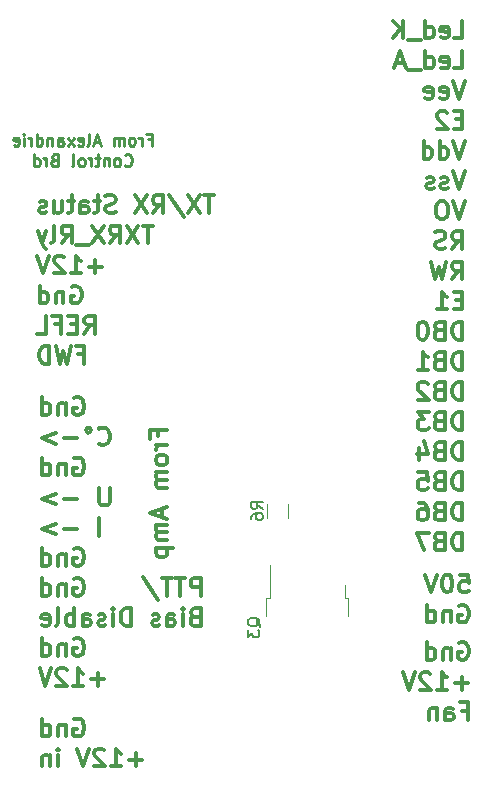
<source format=gbo>
G04 #@! TF.FileFunction,Legend,Bot*
%FSLAX46Y46*%
G04 Gerber Fmt 4.6, Leading zero omitted, Abs format (unit mm)*
G04 Created by KiCad (PCBNEW 4.0.7) date 12/01/17 10:35:18*
%MOMM*%
%LPD*%
G01*
G04 APERTURE LIST*
%ADD10C,0.100000*%
%ADD11C,0.300000*%
%ADD12C,0.250000*%
%ADD13C,0.120000*%
%ADD14C,0.150000*%
G04 APERTURE END LIST*
D10*
D11*
X202928571Y-105903571D02*
X203642857Y-105903571D01*
X203714286Y-106617857D01*
X203642857Y-106546429D01*
X203500000Y-106475000D01*
X203142857Y-106475000D01*
X203000000Y-106546429D01*
X202928571Y-106617857D01*
X202857143Y-106760714D01*
X202857143Y-107117857D01*
X202928571Y-107260714D01*
X203000000Y-107332143D01*
X203142857Y-107403571D01*
X203500000Y-107403571D01*
X203642857Y-107332143D01*
X203714286Y-107260714D01*
X201928572Y-105903571D02*
X201785715Y-105903571D01*
X201642858Y-105975000D01*
X201571429Y-106046429D01*
X201500000Y-106189286D01*
X201428572Y-106475000D01*
X201428572Y-106832143D01*
X201500000Y-107117857D01*
X201571429Y-107260714D01*
X201642858Y-107332143D01*
X201785715Y-107403571D01*
X201928572Y-107403571D01*
X202071429Y-107332143D01*
X202142858Y-107260714D01*
X202214286Y-107117857D01*
X202285715Y-106832143D01*
X202285715Y-106475000D01*
X202214286Y-106189286D01*
X202142858Y-106046429D01*
X202071429Y-105975000D01*
X201928572Y-105903571D01*
X201000001Y-105903571D02*
X200500001Y-107403571D01*
X200000001Y-105903571D01*
X202857143Y-108525000D02*
X203000000Y-108453571D01*
X203214286Y-108453571D01*
X203428571Y-108525000D01*
X203571429Y-108667857D01*
X203642857Y-108810714D01*
X203714286Y-109096429D01*
X203714286Y-109310714D01*
X203642857Y-109596429D01*
X203571429Y-109739286D01*
X203428571Y-109882143D01*
X203214286Y-109953571D01*
X203071429Y-109953571D01*
X202857143Y-109882143D01*
X202785714Y-109810714D01*
X202785714Y-109310714D01*
X203071429Y-109310714D01*
X202142857Y-108953571D02*
X202142857Y-109953571D01*
X202142857Y-109096429D02*
X202071429Y-109025000D01*
X201928571Y-108953571D01*
X201714286Y-108953571D01*
X201571429Y-109025000D01*
X201500000Y-109167857D01*
X201500000Y-109953571D01*
X200142857Y-109953571D02*
X200142857Y-108453571D01*
X200142857Y-109882143D02*
X200285714Y-109953571D01*
X200571428Y-109953571D01*
X200714286Y-109882143D01*
X200785714Y-109810714D01*
X200857143Y-109667857D01*
X200857143Y-109239286D01*
X200785714Y-109096429D01*
X200714286Y-109025000D01*
X200571428Y-108953571D01*
X200285714Y-108953571D01*
X200142857Y-109025000D01*
X202857143Y-111700000D02*
X203000000Y-111628571D01*
X203214286Y-111628571D01*
X203428571Y-111700000D01*
X203571429Y-111842857D01*
X203642857Y-111985714D01*
X203714286Y-112271429D01*
X203714286Y-112485714D01*
X203642857Y-112771429D01*
X203571429Y-112914286D01*
X203428571Y-113057143D01*
X203214286Y-113128571D01*
X203071429Y-113128571D01*
X202857143Y-113057143D01*
X202785714Y-112985714D01*
X202785714Y-112485714D01*
X203071429Y-112485714D01*
X202142857Y-112128571D02*
X202142857Y-113128571D01*
X202142857Y-112271429D02*
X202071429Y-112200000D01*
X201928571Y-112128571D01*
X201714286Y-112128571D01*
X201571429Y-112200000D01*
X201500000Y-112342857D01*
X201500000Y-113128571D01*
X200142857Y-113128571D02*
X200142857Y-111628571D01*
X200142857Y-113057143D02*
X200285714Y-113128571D01*
X200571428Y-113128571D01*
X200714286Y-113057143D01*
X200785714Y-112985714D01*
X200857143Y-112842857D01*
X200857143Y-112414286D01*
X200785714Y-112271429D01*
X200714286Y-112200000D01*
X200571428Y-112128571D01*
X200285714Y-112128571D01*
X200142857Y-112200000D01*
X203642857Y-115107143D02*
X202500000Y-115107143D01*
X203071429Y-115678571D02*
X203071429Y-114535714D01*
X201000000Y-115678571D02*
X201857143Y-115678571D01*
X201428571Y-115678571D02*
X201428571Y-114178571D01*
X201571428Y-114392857D01*
X201714286Y-114535714D01*
X201857143Y-114607143D01*
X200428572Y-114321429D02*
X200357143Y-114250000D01*
X200214286Y-114178571D01*
X199857143Y-114178571D01*
X199714286Y-114250000D01*
X199642857Y-114321429D01*
X199571429Y-114464286D01*
X199571429Y-114607143D01*
X199642857Y-114821429D01*
X200500000Y-115678571D01*
X199571429Y-115678571D01*
X199142858Y-114178571D02*
X198642858Y-115678571D01*
X198142858Y-114178571D01*
X203142857Y-117442857D02*
X203642857Y-117442857D01*
X203642857Y-118228571D02*
X203642857Y-116728571D01*
X202928571Y-116728571D01*
X201714286Y-118228571D02*
X201714286Y-117442857D01*
X201785715Y-117300000D01*
X201928572Y-117228571D01*
X202214286Y-117228571D01*
X202357143Y-117300000D01*
X201714286Y-118157143D02*
X201857143Y-118228571D01*
X202214286Y-118228571D01*
X202357143Y-118157143D01*
X202428572Y-118014286D01*
X202428572Y-117871429D01*
X202357143Y-117728571D01*
X202214286Y-117657143D01*
X201857143Y-117657143D01*
X201714286Y-117585714D01*
X201000000Y-117228571D02*
X201000000Y-118228571D01*
X201000000Y-117371429D02*
X200928572Y-117300000D01*
X200785714Y-117228571D01*
X200571429Y-117228571D01*
X200428572Y-117300000D01*
X200357143Y-117442857D01*
X200357143Y-118228571D01*
X202428571Y-60503571D02*
X203142857Y-60503571D01*
X203142857Y-59003571D01*
X201357143Y-60432143D02*
X201500000Y-60503571D01*
X201785714Y-60503571D01*
X201928571Y-60432143D01*
X202000000Y-60289286D01*
X202000000Y-59717857D01*
X201928571Y-59575000D01*
X201785714Y-59503571D01*
X201500000Y-59503571D01*
X201357143Y-59575000D01*
X201285714Y-59717857D01*
X201285714Y-59860714D01*
X202000000Y-60003571D01*
X200000000Y-60503571D02*
X200000000Y-59003571D01*
X200000000Y-60432143D02*
X200142857Y-60503571D01*
X200428571Y-60503571D01*
X200571429Y-60432143D01*
X200642857Y-60360714D01*
X200714286Y-60217857D01*
X200714286Y-59789286D01*
X200642857Y-59646429D01*
X200571429Y-59575000D01*
X200428571Y-59503571D01*
X200142857Y-59503571D01*
X200000000Y-59575000D01*
X199642857Y-60646429D02*
X198500000Y-60646429D01*
X198142857Y-60503571D02*
X198142857Y-59003571D01*
X197285714Y-60503571D02*
X197928571Y-59646429D01*
X197285714Y-59003571D02*
X198142857Y-59860714D01*
X202428571Y-63053571D02*
X203142857Y-63053571D01*
X203142857Y-61553571D01*
X201357143Y-62982143D02*
X201500000Y-63053571D01*
X201785714Y-63053571D01*
X201928571Y-62982143D01*
X202000000Y-62839286D01*
X202000000Y-62267857D01*
X201928571Y-62125000D01*
X201785714Y-62053571D01*
X201500000Y-62053571D01*
X201357143Y-62125000D01*
X201285714Y-62267857D01*
X201285714Y-62410714D01*
X202000000Y-62553571D01*
X200000000Y-63053571D02*
X200000000Y-61553571D01*
X200000000Y-62982143D02*
X200142857Y-63053571D01*
X200428571Y-63053571D01*
X200571429Y-62982143D01*
X200642857Y-62910714D01*
X200714286Y-62767857D01*
X200714286Y-62339286D01*
X200642857Y-62196429D01*
X200571429Y-62125000D01*
X200428571Y-62053571D01*
X200142857Y-62053571D01*
X200000000Y-62125000D01*
X199642857Y-63196429D02*
X198500000Y-63196429D01*
X198214286Y-62625000D02*
X197500000Y-62625000D01*
X198357143Y-63053571D02*
X197857143Y-61553571D01*
X197357143Y-63053571D01*
X203357143Y-64103571D02*
X202857143Y-65603571D01*
X202357143Y-64103571D01*
X201285715Y-65532143D02*
X201428572Y-65603571D01*
X201714286Y-65603571D01*
X201857143Y-65532143D01*
X201928572Y-65389286D01*
X201928572Y-64817857D01*
X201857143Y-64675000D01*
X201714286Y-64603571D01*
X201428572Y-64603571D01*
X201285715Y-64675000D01*
X201214286Y-64817857D01*
X201214286Y-64960714D01*
X201928572Y-65103571D01*
X200000001Y-65532143D02*
X200142858Y-65603571D01*
X200428572Y-65603571D01*
X200571429Y-65532143D01*
X200642858Y-65389286D01*
X200642858Y-64817857D01*
X200571429Y-64675000D01*
X200428572Y-64603571D01*
X200142858Y-64603571D01*
X200000001Y-64675000D01*
X199928572Y-64817857D01*
X199928572Y-64960714D01*
X200642858Y-65103571D01*
X203142857Y-67367857D02*
X202642857Y-67367857D01*
X202428571Y-68153571D02*
X203142857Y-68153571D01*
X203142857Y-66653571D01*
X202428571Y-66653571D01*
X201857143Y-66796429D02*
X201785714Y-66725000D01*
X201642857Y-66653571D01*
X201285714Y-66653571D01*
X201142857Y-66725000D01*
X201071428Y-66796429D01*
X201000000Y-66939286D01*
X201000000Y-67082143D01*
X201071428Y-67296429D01*
X201928571Y-68153571D01*
X201000000Y-68153571D01*
X203357143Y-69203571D02*
X202857143Y-70703571D01*
X202357143Y-69203571D01*
X201214286Y-70703571D02*
X201214286Y-69203571D01*
X201214286Y-70632143D02*
X201357143Y-70703571D01*
X201642857Y-70703571D01*
X201785715Y-70632143D01*
X201857143Y-70560714D01*
X201928572Y-70417857D01*
X201928572Y-69989286D01*
X201857143Y-69846429D01*
X201785715Y-69775000D01*
X201642857Y-69703571D01*
X201357143Y-69703571D01*
X201214286Y-69775000D01*
X199857143Y-70703571D02*
X199857143Y-69203571D01*
X199857143Y-70632143D02*
X200000000Y-70703571D01*
X200285714Y-70703571D01*
X200428572Y-70632143D01*
X200500000Y-70560714D01*
X200571429Y-70417857D01*
X200571429Y-69989286D01*
X200500000Y-69846429D01*
X200428572Y-69775000D01*
X200285714Y-69703571D01*
X200000000Y-69703571D01*
X199857143Y-69775000D01*
X203357143Y-71753571D02*
X202857143Y-73253571D01*
X202357143Y-71753571D01*
X201928572Y-73182143D02*
X201785715Y-73253571D01*
X201500000Y-73253571D01*
X201357143Y-73182143D01*
X201285715Y-73039286D01*
X201285715Y-72967857D01*
X201357143Y-72825000D01*
X201500000Y-72753571D01*
X201714286Y-72753571D01*
X201857143Y-72682143D01*
X201928572Y-72539286D01*
X201928572Y-72467857D01*
X201857143Y-72325000D01*
X201714286Y-72253571D01*
X201500000Y-72253571D01*
X201357143Y-72325000D01*
X200714286Y-73182143D02*
X200571429Y-73253571D01*
X200285714Y-73253571D01*
X200142857Y-73182143D01*
X200071429Y-73039286D01*
X200071429Y-72967857D01*
X200142857Y-72825000D01*
X200285714Y-72753571D01*
X200500000Y-72753571D01*
X200642857Y-72682143D01*
X200714286Y-72539286D01*
X200714286Y-72467857D01*
X200642857Y-72325000D01*
X200500000Y-72253571D01*
X200285714Y-72253571D01*
X200142857Y-72325000D01*
X203357143Y-74303571D02*
X202857143Y-75803571D01*
X202357143Y-74303571D01*
X201571429Y-74303571D02*
X201285715Y-74303571D01*
X201142857Y-74375000D01*
X201000000Y-74517857D01*
X200928572Y-74803571D01*
X200928572Y-75303571D01*
X201000000Y-75589286D01*
X201142857Y-75732143D01*
X201285715Y-75803571D01*
X201571429Y-75803571D01*
X201714286Y-75732143D01*
X201857143Y-75589286D01*
X201928572Y-75303571D01*
X201928572Y-74803571D01*
X201857143Y-74517857D01*
X201714286Y-74375000D01*
X201571429Y-74303571D01*
X202285714Y-78353571D02*
X202785714Y-77639286D01*
X203142857Y-78353571D02*
X203142857Y-76853571D01*
X202571429Y-76853571D01*
X202428571Y-76925000D01*
X202357143Y-76996429D01*
X202285714Y-77139286D01*
X202285714Y-77353571D01*
X202357143Y-77496429D01*
X202428571Y-77567857D01*
X202571429Y-77639286D01*
X203142857Y-77639286D01*
X201714286Y-78282143D02*
X201500000Y-78353571D01*
X201142857Y-78353571D01*
X201000000Y-78282143D01*
X200928571Y-78210714D01*
X200857143Y-78067857D01*
X200857143Y-77925000D01*
X200928571Y-77782143D01*
X201000000Y-77710714D01*
X201142857Y-77639286D01*
X201428571Y-77567857D01*
X201571429Y-77496429D01*
X201642857Y-77425000D01*
X201714286Y-77282143D01*
X201714286Y-77139286D01*
X201642857Y-76996429D01*
X201571429Y-76925000D01*
X201428571Y-76853571D01*
X201071429Y-76853571D01*
X200857143Y-76925000D01*
X202285714Y-80903571D02*
X202785714Y-80189286D01*
X203142857Y-80903571D02*
X203142857Y-79403571D01*
X202571429Y-79403571D01*
X202428571Y-79475000D01*
X202357143Y-79546429D01*
X202285714Y-79689286D01*
X202285714Y-79903571D01*
X202357143Y-80046429D01*
X202428571Y-80117857D01*
X202571429Y-80189286D01*
X203142857Y-80189286D01*
X201785714Y-79403571D02*
X201428571Y-80903571D01*
X201142857Y-79832143D01*
X200857143Y-80903571D01*
X200500000Y-79403571D01*
X203142857Y-82667857D02*
X202642857Y-82667857D01*
X202428571Y-83453571D02*
X203142857Y-83453571D01*
X203142857Y-81953571D01*
X202428571Y-81953571D01*
X201000000Y-83453571D02*
X201857143Y-83453571D01*
X201428571Y-83453571D02*
X201428571Y-81953571D01*
X201571428Y-82167857D01*
X201714286Y-82310714D01*
X201857143Y-82382143D01*
X203142857Y-86003571D02*
X203142857Y-84503571D01*
X202785714Y-84503571D01*
X202571429Y-84575000D01*
X202428571Y-84717857D01*
X202357143Y-84860714D01*
X202285714Y-85146429D01*
X202285714Y-85360714D01*
X202357143Y-85646429D01*
X202428571Y-85789286D01*
X202571429Y-85932143D01*
X202785714Y-86003571D01*
X203142857Y-86003571D01*
X201142857Y-85217857D02*
X200928571Y-85289286D01*
X200857143Y-85360714D01*
X200785714Y-85503571D01*
X200785714Y-85717857D01*
X200857143Y-85860714D01*
X200928571Y-85932143D01*
X201071429Y-86003571D01*
X201642857Y-86003571D01*
X201642857Y-84503571D01*
X201142857Y-84503571D01*
X201000000Y-84575000D01*
X200928571Y-84646429D01*
X200857143Y-84789286D01*
X200857143Y-84932143D01*
X200928571Y-85075000D01*
X201000000Y-85146429D01*
X201142857Y-85217857D01*
X201642857Y-85217857D01*
X199857143Y-84503571D02*
X199714286Y-84503571D01*
X199571429Y-84575000D01*
X199500000Y-84646429D01*
X199428571Y-84789286D01*
X199357143Y-85075000D01*
X199357143Y-85432143D01*
X199428571Y-85717857D01*
X199500000Y-85860714D01*
X199571429Y-85932143D01*
X199714286Y-86003571D01*
X199857143Y-86003571D01*
X200000000Y-85932143D01*
X200071429Y-85860714D01*
X200142857Y-85717857D01*
X200214286Y-85432143D01*
X200214286Y-85075000D01*
X200142857Y-84789286D01*
X200071429Y-84646429D01*
X200000000Y-84575000D01*
X199857143Y-84503571D01*
X203142857Y-88553571D02*
X203142857Y-87053571D01*
X202785714Y-87053571D01*
X202571429Y-87125000D01*
X202428571Y-87267857D01*
X202357143Y-87410714D01*
X202285714Y-87696429D01*
X202285714Y-87910714D01*
X202357143Y-88196429D01*
X202428571Y-88339286D01*
X202571429Y-88482143D01*
X202785714Y-88553571D01*
X203142857Y-88553571D01*
X201142857Y-87767857D02*
X200928571Y-87839286D01*
X200857143Y-87910714D01*
X200785714Y-88053571D01*
X200785714Y-88267857D01*
X200857143Y-88410714D01*
X200928571Y-88482143D01*
X201071429Y-88553571D01*
X201642857Y-88553571D01*
X201642857Y-87053571D01*
X201142857Y-87053571D01*
X201000000Y-87125000D01*
X200928571Y-87196429D01*
X200857143Y-87339286D01*
X200857143Y-87482143D01*
X200928571Y-87625000D01*
X201000000Y-87696429D01*
X201142857Y-87767857D01*
X201642857Y-87767857D01*
X199357143Y-88553571D02*
X200214286Y-88553571D01*
X199785714Y-88553571D02*
X199785714Y-87053571D01*
X199928571Y-87267857D01*
X200071429Y-87410714D01*
X200214286Y-87482143D01*
X203142857Y-91103571D02*
X203142857Y-89603571D01*
X202785714Y-89603571D01*
X202571429Y-89675000D01*
X202428571Y-89817857D01*
X202357143Y-89960714D01*
X202285714Y-90246429D01*
X202285714Y-90460714D01*
X202357143Y-90746429D01*
X202428571Y-90889286D01*
X202571429Y-91032143D01*
X202785714Y-91103571D01*
X203142857Y-91103571D01*
X201142857Y-90317857D02*
X200928571Y-90389286D01*
X200857143Y-90460714D01*
X200785714Y-90603571D01*
X200785714Y-90817857D01*
X200857143Y-90960714D01*
X200928571Y-91032143D01*
X201071429Y-91103571D01*
X201642857Y-91103571D01*
X201642857Y-89603571D01*
X201142857Y-89603571D01*
X201000000Y-89675000D01*
X200928571Y-89746429D01*
X200857143Y-89889286D01*
X200857143Y-90032143D01*
X200928571Y-90175000D01*
X201000000Y-90246429D01*
X201142857Y-90317857D01*
X201642857Y-90317857D01*
X200214286Y-89746429D02*
X200142857Y-89675000D01*
X200000000Y-89603571D01*
X199642857Y-89603571D01*
X199500000Y-89675000D01*
X199428571Y-89746429D01*
X199357143Y-89889286D01*
X199357143Y-90032143D01*
X199428571Y-90246429D01*
X200285714Y-91103571D01*
X199357143Y-91103571D01*
X203142857Y-93653571D02*
X203142857Y-92153571D01*
X202785714Y-92153571D01*
X202571429Y-92225000D01*
X202428571Y-92367857D01*
X202357143Y-92510714D01*
X202285714Y-92796429D01*
X202285714Y-93010714D01*
X202357143Y-93296429D01*
X202428571Y-93439286D01*
X202571429Y-93582143D01*
X202785714Y-93653571D01*
X203142857Y-93653571D01*
X201142857Y-92867857D02*
X200928571Y-92939286D01*
X200857143Y-93010714D01*
X200785714Y-93153571D01*
X200785714Y-93367857D01*
X200857143Y-93510714D01*
X200928571Y-93582143D01*
X201071429Y-93653571D01*
X201642857Y-93653571D01*
X201642857Y-92153571D01*
X201142857Y-92153571D01*
X201000000Y-92225000D01*
X200928571Y-92296429D01*
X200857143Y-92439286D01*
X200857143Y-92582143D01*
X200928571Y-92725000D01*
X201000000Y-92796429D01*
X201142857Y-92867857D01*
X201642857Y-92867857D01*
X200285714Y-92153571D02*
X199357143Y-92153571D01*
X199857143Y-92725000D01*
X199642857Y-92725000D01*
X199500000Y-92796429D01*
X199428571Y-92867857D01*
X199357143Y-93010714D01*
X199357143Y-93367857D01*
X199428571Y-93510714D01*
X199500000Y-93582143D01*
X199642857Y-93653571D01*
X200071429Y-93653571D01*
X200214286Y-93582143D01*
X200285714Y-93510714D01*
X203142857Y-96203571D02*
X203142857Y-94703571D01*
X202785714Y-94703571D01*
X202571429Y-94775000D01*
X202428571Y-94917857D01*
X202357143Y-95060714D01*
X202285714Y-95346429D01*
X202285714Y-95560714D01*
X202357143Y-95846429D01*
X202428571Y-95989286D01*
X202571429Y-96132143D01*
X202785714Y-96203571D01*
X203142857Y-96203571D01*
X201142857Y-95417857D02*
X200928571Y-95489286D01*
X200857143Y-95560714D01*
X200785714Y-95703571D01*
X200785714Y-95917857D01*
X200857143Y-96060714D01*
X200928571Y-96132143D01*
X201071429Y-96203571D01*
X201642857Y-96203571D01*
X201642857Y-94703571D01*
X201142857Y-94703571D01*
X201000000Y-94775000D01*
X200928571Y-94846429D01*
X200857143Y-94989286D01*
X200857143Y-95132143D01*
X200928571Y-95275000D01*
X201000000Y-95346429D01*
X201142857Y-95417857D01*
X201642857Y-95417857D01*
X199500000Y-95203571D02*
X199500000Y-96203571D01*
X199857143Y-94632143D02*
X200214286Y-95703571D01*
X199285714Y-95703571D01*
X203142857Y-98753571D02*
X203142857Y-97253571D01*
X202785714Y-97253571D01*
X202571429Y-97325000D01*
X202428571Y-97467857D01*
X202357143Y-97610714D01*
X202285714Y-97896429D01*
X202285714Y-98110714D01*
X202357143Y-98396429D01*
X202428571Y-98539286D01*
X202571429Y-98682143D01*
X202785714Y-98753571D01*
X203142857Y-98753571D01*
X201142857Y-97967857D02*
X200928571Y-98039286D01*
X200857143Y-98110714D01*
X200785714Y-98253571D01*
X200785714Y-98467857D01*
X200857143Y-98610714D01*
X200928571Y-98682143D01*
X201071429Y-98753571D01*
X201642857Y-98753571D01*
X201642857Y-97253571D01*
X201142857Y-97253571D01*
X201000000Y-97325000D01*
X200928571Y-97396429D01*
X200857143Y-97539286D01*
X200857143Y-97682143D01*
X200928571Y-97825000D01*
X201000000Y-97896429D01*
X201142857Y-97967857D01*
X201642857Y-97967857D01*
X199428571Y-97253571D02*
X200142857Y-97253571D01*
X200214286Y-97967857D01*
X200142857Y-97896429D01*
X200000000Y-97825000D01*
X199642857Y-97825000D01*
X199500000Y-97896429D01*
X199428571Y-97967857D01*
X199357143Y-98110714D01*
X199357143Y-98467857D01*
X199428571Y-98610714D01*
X199500000Y-98682143D01*
X199642857Y-98753571D01*
X200000000Y-98753571D01*
X200142857Y-98682143D01*
X200214286Y-98610714D01*
X203142857Y-101303571D02*
X203142857Y-99803571D01*
X202785714Y-99803571D01*
X202571429Y-99875000D01*
X202428571Y-100017857D01*
X202357143Y-100160714D01*
X202285714Y-100446429D01*
X202285714Y-100660714D01*
X202357143Y-100946429D01*
X202428571Y-101089286D01*
X202571429Y-101232143D01*
X202785714Y-101303571D01*
X203142857Y-101303571D01*
X201142857Y-100517857D02*
X200928571Y-100589286D01*
X200857143Y-100660714D01*
X200785714Y-100803571D01*
X200785714Y-101017857D01*
X200857143Y-101160714D01*
X200928571Y-101232143D01*
X201071429Y-101303571D01*
X201642857Y-101303571D01*
X201642857Y-99803571D01*
X201142857Y-99803571D01*
X201000000Y-99875000D01*
X200928571Y-99946429D01*
X200857143Y-100089286D01*
X200857143Y-100232143D01*
X200928571Y-100375000D01*
X201000000Y-100446429D01*
X201142857Y-100517857D01*
X201642857Y-100517857D01*
X199500000Y-99803571D02*
X199785714Y-99803571D01*
X199928571Y-99875000D01*
X200000000Y-99946429D01*
X200142857Y-100160714D01*
X200214286Y-100446429D01*
X200214286Y-101017857D01*
X200142857Y-101160714D01*
X200071429Y-101232143D01*
X199928571Y-101303571D01*
X199642857Y-101303571D01*
X199500000Y-101232143D01*
X199428571Y-101160714D01*
X199357143Y-101017857D01*
X199357143Y-100660714D01*
X199428571Y-100517857D01*
X199500000Y-100446429D01*
X199642857Y-100375000D01*
X199928571Y-100375000D01*
X200071429Y-100446429D01*
X200142857Y-100517857D01*
X200214286Y-100660714D01*
X203142857Y-103853571D02*
X203142857Y-102353571D01*
X202785714Y-102353571D01*
X202571429Y-102425000D01*
X202428571Y-102567857D01*
X202357143Y-102710714D01*
X202285714Y-102996429D01*
X202285714Y-103210714D01*
X202357143Y-103496429D01*
X202428571Y-103639286D01*
X202571429Y-103782143D01*
X202785714Y-103853571D01*
X203142857Y-103853571D01*
X201142857Y-103067857D02*
X200928571Y-103139286D01*
X200857143Y-103210714D01*
X200785714Y-103353571D01*
X200785714Y-103567857D01*
X200857143Y-103710714D01*
X200928571Y-103782143D01*
X201071429Y-103853571D01*
X201642857Y-103853571D01*
X201642857Y-102353571D01*
X201142857Y-102353571D01*
X201000000Y-102425000D01*
X200928571Y-102496429D01*
X200857143Y-102639286D01*
X200857143Y-102782143D01*
X200928571Y-102925000D01*
X201000000Y-102996429D01*
X201142857Y-103067857D01*
X201642857Y-103067857D01*
X200285714Y-102353571D02*
X199285714Y-102353571D01*
X199928571Y-103853571D01*
X177392857Y-94178572D02*
X177392857Y-93678572D01*
X178178571Y-93678572D02*
X176678571Y-93678572D01*
X176678571Y-94392858D01*
X178178571Y-94964286D02*
X177178571Y-94964286D01*
X177464286Y-94964286D02*
X177321429Y-95035714D01*
X177250000Y-95107143D01*
X177178571Y-95250000D01*
X177178571Y-95392857D01*
X178178571Y-96107143D02*
X178107143Y-95964285D01*
X178035714Y-95892857D01*
X177892857Y-95821428D01*
X177464286Y-95821428D01*
X177321429Y-95892857D01*
X177250000Y-95964285D01*
X177178571Y-96107143D01*
X177178571Y-96321428D01*
X177250000Y-96464285D01*
X177321429Y-96535714D01*
X177464286Y-96607143D01*
X177892857Y-96607143D01*
X178035714Y-96535714D01*
X178107143Y-96464285D01*
X178178571Y-96321428D01*
X178178571Y-96107143D01*
X178178571Y-97250000D02*
X177178571Y-97250000D01*
X177321429Y-97250000D02*
X177250000Y-97321428D01*
X177178571Y-97464286D01*
X177178571Y-97678571D01*
X177250000Y-97821428D01*
X177392857Y-97892857D01*
X178178571Y-97892857D01*
X177392857Y-97892857D02*
X177250000Y-97964286D01*
X177178571Y-98107143D01*
X177178571Y-98321428D01*
X177250000Y-98464286D01*
X177392857Y-98535714D01*
X178178571Y-98535714D01*
X177750000Y-100321428D02*
X177750000Y-101035714D01*
X178178571Y-100178571D02*
X176678571Y-100678571D01*
X178178571Y-101178571D01*
X178178571Y-101678571D02*
X177178571Y-101678571D01*
X177321429Y-101678571D02*
X177250000Y-101749999D01*
X177178571Y-101892857D01*
X177178571Y-102107142D01*
X177250000Y-102249999D01*
X177392857Y-102321428D01*
X178178571Y-102321428D01*
X177392857Y-102321428D02*
X177250000Y-102392857D01*
X177178571Y-102535714D01*
X177178571Y-102749999D01*
X177250000Y-102892857D01*
X177392857Y-102964285D01*
X178178571Y-102964285D01*
X177178571Y-103678571D02*
X178678571Y-103678571D01*
X177250000Y-103678571D02*
X177178571Y-103821428D01*
X177178571Y-104107142D01*
X177250000Y-104249999D01*
X177321429Y-104321428D01*
X177464286Y-104392857D01*
X177892857Y-104392857D01*
X178035714Y-104321428D01*
X178107143Y-104249999D01*
X178178571Y-104107142D01*
X178178571Y-103821428D01*
X178107143Y-103678571D01*
D12*
X176523810Y-69053571D02*
X176857144Y-69053571D01*
X176857144Y-69577381D02*
X176857144Y-68577381D01*
X176380953Y-68577381D01*
X176000001Y-69577381D02*
X176000001Y-68910714D01*
X176000001Y-69101190D02*
X175952382Y-69005952D01*
X175904763Y-68958333D01*
X175809525Y-68910714D01*
X175714286Y-68910714D01*
X175238096Y-69577381D02*
X175333334Y-69529762D01*
X175380953Y-69482143D01*
X175428572Y-69386905D01*
X175428572Y-69101190D01*
X175380953Y-69005952D01*
X175333334Y-68958333D01*
X175238096Y-68910714D01*
X175095238Y-68910714D01*
X175000000Y-68958333D01*
X174952381Y-69005952D01*
X174904762Y-69101190D01*
X174904762Y-69386905D01*
X174952381Y-69482143D01*
X175000000Y-69529762D01*
X175095238Y-69577381D01*
X175238096Y-69577381D01*
X174476191Y-69577381D02*
X174476191Y-68910714D01*
X174476191Y-69005952D02*
X174428572Y-68958333D01*
X174333334Y-68910714D01*
X174190476Y-68910714D01*
X174095238Y-68958333D01*
X174047619Y-69053571D01*
X174047619Y-69577381D01*
X174047619Y-69053571D02*
X174000000Y-68958333D01*
X173904762Y-68910714D01*
X173761905Y-68910714D01*
X173666667Y-68958333D01*
X173619048Y-69053571D01*
X173619048Y-69577381D01*
X172428572Y-69291667D02*
X171952381Y-69291667D01*
X172523810Y-69577381D02*
X172190477Y-68577381D01*
X171857143Y-69577381D01*
X171380953Y-69577381D02*
X171476191Y-69529762D01*
X171523810Y-69434524D01*
X171523810Y-68577381D01*
X170619047Y-69529762D02*
X170714285Y-69577381D01*
X170904762Y-69577381D01*
X171000000Y-69529762D01*
X171047619Y-69434524D01*
X171047619Y-69053571D01*
X171000000Y-68958333D01*
X170904762Y-68910714D01*
X170714285Y-68910714D01*
X170619047Y-68958333D01*
X170571428Y-69053571D01*
X170571428Y-69148810D01*
X171047619Y-69244048D01*
X170238095Y-69577381D02*
X169714285Y-68910714D01*
X170238095Y-68910714D02*
X169714285Y-69577381D01*
X168904761Y-69577381D02*
X168904761Y-69053571D01*
X168952380Y-68958333D01*
X169047618Y-68910714D01*
X169238095Y-68910714D01*
X169333333Y-68958333D01*
X168904761Y-69529762D02*
X168999999Y-69577381D01*
X169238095Y-69577381D01*
X169333333Y-69529762D01*
X169380952Y-69434524D01*
X169380952Y-69339286D01*
X169333333Y-69244048D01*
X169238095Y-69196429D01*
X168999999Y-69196429D01*
X168904761Y-69148810D01*
X168428571Y-68910714D02*
X168428571Y-69577381D01*
X168428571Y-69005952D02*
X168380952Y-68958333D01*
X168285714Y-68910714D01*
X168142856Y-68910714D01*
X168047618Y-68958333D01*
X167999999Y-69053571D01*
X167999999Y-69577381D01*
X167095237Y-69577381D02*
X167095237Y-68577381D01*
X167095237Y-69529762D02*
X167190475Y-69577381D01*
X167380952Y-69577381D01*
X167476190Y-69529762D01*
X167523809Y-69482143D01*
X167571428Y-69386905D01*
X167571428Y-69101190D01*
X167523809Y-69005952D01*
X167476190Y-68958333D01*
X167380952Y-68910714D01*
X167190475Y-68910714D01*
X167095237Y-68958333D01*
X166619047Y-69577381D02*
X166619047Y-68910714D01*
X166619047Y-69101190D02*
X166571428Y-69005952D01*
X166523809Y-68958333D01*
X166428571Y-68910714D01*
X166333332Y-68910714D01*
X165999999Y-69577381D02*
X165999999Y-68910714D01*
X165999999Y-68577381D02*
X166047618Y-68625000D01*
X165999999Y-68672619D01*
X165952380Y-68625000D01*
X165999999Y-68577381D01*
X165999999Y-68672619D01*
X165142856Y-69529762D02*
X165238094Y-69577381D01*
X165428571Y-69577381D01*
X165523809Y-69529762D01*
X165571428Y-69434524D01*
X165571428Y-69053571D01*
X165523809Y-68958333D01*
X165428571Y-68910714D01*
X165238094Y-68910714D01*
X165142856Y-68958333D01*
X165095237Y-69053571D01*
X165095237Y-69148810D01*
X165571428Y-69244048D01*
X174547620Y-71232143D02*
X174595239Y-71279762D01*
X174738096Y-71327381D01*
X174833334Y-71327381D01*
X174976192Y-71279762D01*
X175071430Y-71184524D01*
X175119049Y-71089286D01*
X175166668Y-70898810D01*
X175166668Y-70755952D01*
X175119049Y-70565476D01*
X175071430Y-70470238D01*
X174976192Y-70375000D01*
X174833334Y-70327381D01*
X174738096Y-70327381D01*
X174595239Y-70375000D01*
X174547620Y-70422619D01*
X173976192Y-71327381D02*
X174071430Y-71279762D01*
X174119049Y-71232143D01*
X174166668Y-71136905D01*
X174166668Y-70851190D01*
X174119049Y-70755952D01*
X174071430Y-70708333D01*
X173976192Y-70660714D01*
X173833334Y-70660714D01*
X173738096Y-70708333D01*
X173690477Y-70755952D01*
X173642858Y-70851190D01*
X173642858Y-71136905D01*
X173690477Y-71232143D01*
X173738096Y-71279762D01*
X173833334Y-71327381D01*
X173976192Y-71327381D01*
X173214287Y-70660714D02*
X173214287Y-71327381D01*
X173214287Y-70755952D02*
X173166668Y-70708333D01*
X173071430Y-70660714D01*
X172928572Y-70660714D01*
X172833334Y-70708333D01*
X172785715Y-70803571D01*
X172785715Y-71327381D01*
X172452382Y-70660714D02*
X172071430Y-70660714D01*
X172309525Y-70327381D02*
X172309525Y-71184524D01*
X172261906Y-71279762D01*
X172166668Y-71327381D01*
X172071430Y-71327381D01*
X171738096Y-71327381D02*
X171738096Y-70660714D01*
X171738096Y-70851190D02*
X171690477Y-70755952D01*
X171642858Y-70708333D01*
X171547620Y-70660714D01*
X171452381Y-70660714D01*
X170976191Y-71327381D02*
X171071429Y-71279762D01*
X171119048Y-71232143D01*
X171166667Y-71136905D01*
X171166667Y-70851190D01*
X171119048Y-70755952D01*
X171071429Y-70708333D01*
X170976191Y-70660714D01*
X170833333Y-70660714D01*
X170738095Y-70708333D01*
X170690476Y-70755952D01*
X170642857Y-70851190D01*
X170642857Y-71136905D01*
X170690476Y-71232143D01*
X170738095Y-71279762D01*
X170833333Y-71327381D01*
X170976191Y-71327381D01*
X170071429Y-71327381D02*
X170166667Y-71279762D01*
X170214286Y-71184524D01*
X170214286Y-70327381D01*
X168595237Y-70803571D02*
X168452380Y-70851190D01*
X168404761Y-70898810D01*
X168357142Y-70994048D01*
X168357142Y-71136905D01*
X168404761Y-71232143D01*
X168452380Y-71279762D01*
X168547618Y-71327381D01*
X168928571Y-71327381D01*
X168928571Y-70327381D01*
X168595237Y-70327381D01*
X168499999Y-70375000D01*
X168452380Y-70422619D01*
X168404761Y-70517857D01*
X168404761Y-70613095D01*
X168452380Y-70708333D01*
X168499999Y-70755952D01*
X168595237Y-70803571D01*
X168928571Y-70803571D01*
X167928571Y-71327381D02*
X167928571Y-70660714D01*
X167928571Y-70851190D02*
X167880952Y-70755952D01*
X167833333Y-70708333D01*
X167738095Y-70660714D01*
X167642856Y-70660714D01*
X166880951Y-71327381D02*
X166880951Y-70327381D01*
X166880951Y-71279762D02*
X166976189Y-71327381D01*
X167166666Y-71327381D01*
X167261904Y-71279762D01*
X167309523Y-71232143D01*
X167357142Y-71136905D01*
X167357142Y-70851190D01*
X167309523Y-70755952D01*
X167261904Y-70708333D01*
X167166666Y-70660714D01*
X166976189Y-70660714D01*
X166880951Y-70708333D01*
D11*
X182142857Y-73803571D02*
X181285714Y-73803571D01*
X181714285Y-75303571D02*
X181714285Y-73803571D01*
X180928571Y-73803571D02*
X179928571Y-75303571D01*
X179928571Y-73803571D02*
X180928571Y-75303571D01*
X178285715Y-73732143D02*
X179571429Y-75660714D01*
X176928571Y-75303571D02*
X177428571Y-74589286D01*
X177785714Y-75303571D02*
X177785714Y-73803571D01*
X177214286Y-73803571D01*
X177071428Y-73875000D01*
X177000000Y-73946429D01*
X176928571Y-74089286D01*
X176928571Y-74303571D01*
X177000000Y-74446429D01*
X177071428Y-74517857D01*
X177214286Y-74589286D01*
X177785714Y-74589286D01*
X176428571Y-73803571D02*
X175428571Y-75303571D01*
X175428571Y-73803571D02*
X176428571Y-75303571D01*
X173785715Y-75232143D02*
X173571429Y-75303571D01*
X173214286Y-75303571D01*
X173071429Y-75232143D01*
X173000000Y-75160714D01*
X172928572Y-75017857D01*
X172928572Y-74875000D01*
X173000000Y-74732143D01*
X173071429Y-74660714D01*
X173214286Y-74589286D01*
X173500000Y-74517857D01*
X173642858Y-74446429D01*
X173714286Y-74375000D01*
X173785715Y-74232143D01*
X173785715Y-74089286D01*
X173714286Y-73946429D01*
X173642858Y-73875000D01*
X173500000Y-73803571D01*
X173142858Y-73803571D01*
X172928572Y-73875000D01*
X172500001Y-74303571D02*
X171928572Y-74303571D01*
X172285715Y-73803571D02*
X172285715Y-75089286D01*
X172214287Y-75232143D01*
X172071429Y-75303571D01*
X171928572Y-75303571D01*
X170785715Y-75303571D02*
X170785715Y-74517857D01*
X170857144Y-74375000D01*
X171000001Y-74303571D01*
X171285715Y-74303571D01*
X171428572Y-74375000D01*
X170785715Y-75232143D02*
X170928572Y-75303571D01*
X171285715Y-75303571D01*
X171428572Y-75232143D01*
X171500001Y-75089286D01*
X171500001Y-74946429D01*
X171428572Y-74803571D01*
X171285715Y-74732143D01*
X170928572Y-74732143D01*
X170785715Y-74660714D01*
X170285715Y-74303571D02*
X169714286Y-74303571D01*
X170071429Y-73803571D02*
X170071429Y-75089286D01*
X170000001Y-75232143D01*
X169857143Y-75303571D01*
X169714286Y-75303571D01*
X168571429Y-74303571D02*
X168571429Y-75303571D01*
X169214286Y-74303571D02*
X169214286Y-75089286D01*
X169142858Y-75232143D01*
X169000000Y-75303571D01*
X168785715Y-75303571D01*
X168642858Y-75232143D01*
X168571429Y-75160714D01*
X167928572Y-75232143D02*
X167785715Y-75303571D01*
X167500000Y-75303571D01*
X167357143Y-75232143D01*
X167285715Y-75089286D01*
X167285715Y-75017857D01*
X167357143Y-74875000D01*
X167500000Y-74803571D01*
X167714286Y-74803571D01*
X167857143Y-74732143D01*
X167928572Y-74589286D01*
X167928572Y-74517857D01*
X167857143Y-74375000D01*
X167714286Y-74303571D01*
X167500000Y-74303571D01*
X167357143Y-74375000D01*
X176928570Y-76353571D02*
X176071427Y-76353571D01*
X176499998Y-77853571D02*
X176499998Y-76353571D01*
X175714284Y-76353571D02*
X174714284Y-77853571D01*
X174714284Y-76353571D02*
X175714284Y-77853571D01*
X173285713Y-77853571D02*
X173785713Y-77139286D01*
X174142856Y-77853571D02*
X174142856Y-76353571D01*
X173571428Y-76353571D01*
X173428570Y-76425000D01*
X173357142Y-76496429D01*
X173285713Y-76639286D01*
X173285713Y-76853571D01*
X173357142Y-76996429D01*
X173428570Y-77067857D01*
X173571428Y-77139286D01*
X174142856Y-77139286D01*
X172785713Y-76353571D02*
X171785713Y-77853571D01*
X171785713Y-76353571D02*
X172785713Y-77853571D01*
X171571428Y-77996429D02*
X170428571Y-77996429D01*
X169214285Y-77853571D02*
X169714285Y-77139286D01*
X170071428Y-77853571D02*
X170071428Y-76353571D01*
X169500000Y-76353571D01*
X169357142Y-76425000D01*
X169285714Y-76496429D01*
X169214285Y-76639286D01*
X169214285Y-76853571D01*
X169285714Y-76996429D01*
X169357142Y-77067857D01*
X169500000Y-77139286D01*
X170071428Y-77139286D01*
X168357142Y-77853571D02*
X168500000Y-77782143D01*
X168571428Y-77639286D01*
X168571428Y-76353571D01*
X167928571Y-76853571D02*
X167571428Y-77853571D01*
X167214286Y-76853571D02*
X167571428Y-77853571D01*
X167714286Y-78210714D01*
X167785714Y-78282143D01*
X167928571Y-78353571D01*
X172642856Y-79832143D02*
X171499999Y-79832143D01*
X172071428Y-80403571D02*
X172071428Y-79260714D01*
X169999999Y-80403571D02*
X170857142Y-80403571D01*
X170428570Y-80403571D02*
X170428570Y-78903571D01*
X170571427Y-79117857D01*
X170714285Y-79260714D01*
X170857142Y-79332143D01*
X169428571Y-79046429D02*
X169357142Y-78975000D01*
X169214285Y-78903571D01*
X168857142Y-78903571D01*
X168714285Y-78975000D01*
X168642856Y-79046429D01*
X168571428Y-79189286D01*
X168571428Y-79332143D01*
X168642856Y-79546429D01*
X169499999Y-80403571D01*
X168571428Y-80403571D01*
X168142857Y-78903571D02*
X167642857Y-80403571D01*
X167142857Y-78903571D01*
X170071429Y-81525000D02*
X170214286Y-81453571D01*
X170428572Y-81453571D01*
X170642857Y-81525000D01*
X170785715Y-81667857D01*
X170857143Y-81810714D01*
X170928572Y-82096429D01*
X170928572Y-82310714D01*
X170857143Y-82596429D01*
X170785715Y-82739286D01*
X170642857Y-82882143D01*
X170428572Y-82953571D01*
X170285715Y-82953571D01*
X170071429Y-82882143D01*
X170000000Y-82810714D01*
X170000000Y-82310714D01*
X170285715Y-82310714D01*
X169357143Y-81953571D02*
X169357143Y-82953571D01*
X169357143Y-82096429D02*
X169285715Y-82025000D01*
X169142857Y-81953571D01*
X168928572Y-81953571D01*
X168785715Y-82025000D01*
X168714286Y-82167857D01*
X168714286Y-82953571D01*
X167357143Y-82953571D02*
X167357143Y-81453571D01*
X167357143Y-82882143D02*
X167500000Y-82953571D01*
X167785714Y-82953571D01*
X167928572Y-82882143D01*
X168000000Y-82810714D01*
X168071429Y-82667857D01*
X168071429Y-82239286D01*
X168000000Y-82096429D01*
X167928572Y-82025000D01*
X167785714Y-81953571D01*
X167500000Y-81953571D01*
X167357143Y-82025000D01*
X171142857Y-85503571D02*
X171642857Y-84789286D01*
X172000000Y-85503571D02*
X172000000Y-84003571D01*
X171428572Y-84003571D01*
X171285714Y-84075000D01*
X171214286Y-84146429D01*
X171142857Y-84289286D01*
X171142857Y-84503571D01*
X171214286Y-84646429D01*
X171285714Y-84717857D01*
X171428572Y-84789286D01*
X172000000Y-84789286D01*
X170500000Y-84717857D02*
X170000000Y-84717857D01*
X169785714Y-85503571D02*
X170500000Y-85503571D01*
X170500000Y-84003571D01*
X169785714Y-84003571D01*
X168642857Y-84717857D02*
X169142857Y-84717857D01*
X169142857Y-85503571D02*
X169142857Y-84003571D01*
X168428571Y-84003571D01*
X167142857Y-85503571D02*
X167857143Y-85503571D01*
X167857143Y-84003571D01*
X170642857Y-87267857D02*
X171142857Y-87267857D01*
X171142857Y-88053571D02*
X171142857Y-86553571D01*
X170428571Y-86553571D01*
X170000000Y-86553571D02*
X169642857Y-88053571D01*
X169357143Y-86982143D01*
X169071429Y-88053571D01*
X168714286Y-86553571D01*
X168142857Y-88053571D02*
X168142857Y-86553571D01*
X167785714Y-86553571D01*
X167571429Y-86625000D01*
X167428571Y-86767857D01*
X167357143Y-86910714D01*
X167285714Y-87196429D01*
X167285714Y-87410714D01*
X167357143Y-87696429D01*
X167428571Y-87839286D01*
X167571429Y-87982143D01*
X167785714Y-88053571D01*
X168142857Y-88053571D01*
X170271429Y-90975000D02*
X170414286Y-90903571D01*
X170628572Y-90903571D01*
X170842857Y-90975000D01*
X170985715Y-91117857D01*
X171057143Y-91260714D01*
X171128572Y-91546429D01*
X171128572Y-91760714D01*
X171057143Y-92046429D01*
X170985715Y-92189286D01*
X170842857Y-92332143D01*
X170628572Y-92403571D01*
X170485715Y-92403571D01*
X170271429Y-92332143D01*
X170200000Y-92260714D01*
X170200000Y-91760714D01*
X170485715Y-91760714D01*
X169557143Y-91403571D02*
X169557143Y-92403571D01*
X169557143Y-91546429D02*
X169485715Y-91475000D01*
X169342857Y-91403571D01*
X169128572Y-91403571D01*
X168985715Y-91475000D01*
X168914286Y-91617857D01*
X168914286Y-92403571D01*
X167557143Y-92403571D02*
X167557143Y-90903571D01*
X167557143Y-92332143D02*
X167700000Y-92403571D01*
X167985714Y-92403571D01*
X168128572Y-92332143D01*
X168200000Y-92260714D01*
X168271429Y-92117857D01*
X168271429Y-91689286D01*
X168200000Y-91546429D01*
X168128572Y-91475000D01*
X167985714Y-91403571D01*
X167700000Y-91403571D01*
X167557143Y-91475000D01*
X172342857Y-94810714D02*
X172414286Y-94882143D01*
X172628572Y-94953571D01*
X172771429Y-94953571D01*
X172985714Y-94882143D01*
X173128572Y-94739286D01*
X173200000Y-94596429D01*
X173271429Y-94310714D01*
X173271429Y-94096429D01*
X173200000Y-93810714D01*
X173128572Y-93667857D01*
X172985714Y-93525000D01*
X172771429Y-93453571D01*
X172628572Y-93453571D01*
X172414286Y-93525000D01*
X172342857Y-93596429D01*
X171485714Y-93453571D02*
X171628572Y-93525000D01*
X171700000Y-93667857D01*
X171628572Y-93810714D01*
X171485714Y-93882143D01*
X171342857Y-93810714D01*
X171271429Y-93667857D01*
X171342857Y-93525000D01*
X171485714Y-93453571D01*
X170557143Y-94382143D02*
X169414286Y-94382143D01*
X168700000Y-93953571D02*
X167557143Y-94382143D01*
X168700000Y-94810714D01*
X170271429Y-96075000D02*
X170414286Y-96003571D01*
X170628572Y-96003571D01*
X170842857Y-96075000D01*
X170985715Y-96217857D01*
X171057143Y-96360714D01*
X171128572Y-96646429D01*
X171128572Y-96860714D01*
X171057143Y-97146429D01*
X170985715Y-97289286D01*
X170842857Y-97432143D01*
X170628572Y-97503571D01*
X170485715Y-97503571D01*
X170271429Y-97432143D01*
X170200000Y-97360714D01*
X170200000Y-96860714D01*
X170485715Y-96860714D01*
X169557143Y-96503571D02*
X169557143Y-97503571D01*
X169557143Y-96646429D02*
X169485715Y-96575000D01*
X169342857Y-96503571D01*
X169128572Y-96503571D01*
X168985715Y-96575000D01*
X168914286Y-96717857D01*
X168914286Y-97503571D01*
X167557143Y-97503571D02*
X167557143Y-96003571D01*
X167557143Y-97432143D02*
X167700000Y-97503571D01*
X167985714Y-97503571D01*
X168128572Y-97432143D01*
X168200000Y-97360714D01*
X168271429Y-97217857D01*
X168271429Y-96789286D01*
X168200000Y-96646429D01*
X168128572Y-96575000D01*
X167985714Y-96503571D01*
X167700000Y-96503571D01*
X167557143Y-96575000D01*
X173271429Y-98553571D02*
X173271429Y-99767857D01*
X173200001Y-99910714D01*
X173128572Y-99982143D01*
X172985715Y-100053571D01*
X172700001Y-100053571D01*
X172557143Y-99982143D01*
X172485715Y-99910714D01*
X172414286Y-99767857D01*
X172414286Y-98553571D01*
X170557143Y-99482143D02*
X169414286Y-99482143D01*
X168700000Y-99053571D02*
X167557143Y-99482143D01*
X168700000Y-99910714D01*
X172414286Y-102603571D02*
X172414286Y-101103571D01*
X170557143Y-102032143D02*
X169414286Y-102032143D01*
X168700000Y-101603571D02*
X167557143Y-102032143D01*
X168700000Y-102460714D01*
X170271429Y-103725000D02*
X170414286Y-103653571D01*
X170628572Y-103653571D01*
X170842857Y-103725000D01*
X170985715Y-103867857D01*
X171057143Y-104010714D01*
X171128572Y-104296429D01*
X171128572Y-104510714D01*
X171057143Y-104796429D01*
X170985715Y-104939286D01*
X170842857Y-105082143D01*
X170628572Y-105153571D01*
X170485715Y-105153571D01*
X170271429Y-105082143D01*
X170200000Y-105010714D01*
X170200000Y-104510714D01*
X170485715Y-104510714D01*
X169557143Y-104153571D02*
X169557143Y-105153571D01*
X169557143Y-104296429D02*
X169485715Y-104225000D01*
X169342857Y-104153571D01*
X169128572Y-104153571D01*
X168985715Y-104225000D01*
X168914286Y-104367857D01*
X168914286Y-105153571D01*
X167557143Y-105153571D02*
X167557143Y-103653571D01*
X167557143Y-105082143D02*
X167700000Y-105153571D01*
X167985714Y-105153571D01*
X168128572Y-105082143D01*
X168200000Y-105010714D01*
X168271429Y-104867857D01*
X168271429Y-104439286D01*
X168200000Y-104296429D01*
X168128572Y-104225000D01*
X167985714Y-104153571D01*
X167700000Y-104153571D01*
X167557143Y-104225000D01*
X180985714Y-107703571D02*
X180985714Y-106203571D01*
X180414286Y-106203571D01*
X180271428Y-106275000D01*
X180200000Y-106346429D01*
X180128571Y-106489286D01*
X180128571Y-106703571D01*
X180200000Y-106846429D01*
X180271428Y-106917857D01*
X180414286Y-106989286D01*
X180985714Y-106989286D01*
X179700000Y-106203571D02*
X178842857Y-106203571D01*
X179271428Y-107703571D02*
X179271428Y-106203571D01*
X178557143Y-106203571D02*
X177700000Y-106203571D01*
X178128571Y-107703571D02*
X178128571Y-106203571D01*
X176128572Y-106132143D02*
X177414286Y-108060714D01*
X170271429Y-106275000D02*
X170414286Y-106203571D01*
X170628572Y-106203571D01*
X170842857Y-106275000D01*
X170985715Y-106417857D01*
X171057143Y-106560714D01*
X171128572Y-106846429D01*
X171128572Y-107060714D01*
X171057143Y-107346429D01*
X170985715Y-107489286D01*
X170842857Y-107632143D01*
X170628572Y-107703571D01*
X170485715Y-107703571D01*
X170271429Y-107632143D01*
X170200000Y-107560714D01*
X170200000Y-107060714D01*
X170485715Y-107060714D01*
X169557143Y-106703571D02*
X169557143Y-107703571D01*
X169557143Y-106846429D02*
X169485715Y-106775000D01*
X169342857Y-106703571D01*
X169128572Y-106703571D01*
X168985715Y-106775000D01*
X168914286Y-106917857D01*
X168914286Y-107703571D01*
X167557143Y-107703571D02*
X167557143Y-106203571D01*
X167557143Y-107632143D02*
X167700000Y-107703571D01*
X167985714Y-107703571D01*
X168128572Y-107632143D01*
X168200000Y-107560714D01*
X168271429Y-107417857D01*
X168271429Y-106989286D01*
X168200000Y-106846429D01*
X168128572Y-106775000D01*
X167985714Y-106703571D01*
X167700000Y-106703571D01*
X167557143Y-106775000D01*
X180485715Y-109467857D02*
X180271429Y-109539286D01*
X180200001Y-109610714D01*
X180128572Y-109753571D01*
X180128572Y-109967857D01*
X180200001Y-110110714D01*
X180271429Y-110182143D01*
X180414287Y-110253571D01*
X180985715Y-110253571D01*
X180985715Y-108753571D01*
X180485715Y-108753571D01*
X180342858Y-108825000D01*
X180271429Y-108896429D01*
X180200001Y-109039286D01*
X180200001Y-109182143D01*
X180271429Y-109325000D01*
X180342858Y-109396429D01*
X180485715Y-109467857D01*
X180985715Y-109467857D01*
X179485715Y-110253571D02*
X179485715Y-109253571D01*
X179485715Y-108753571D02*
X179557144Y-108825000D01*
X179485715Y-108896429D01*
X179414287Y-108825000D01*
X179485715Y-108753571D01*
X179485715Y-108896429D01*
X178128572Y-110253571D02*
X178128572Y-109467857D01*
X178200001Y-109325000D01*
X178342858Y-109253571D01*
X178628572Y-109253571D01*
X178771429Y-109325000D01*
X178128572Y-110182143D02*
X178271429Y-110253571D01*
X178628572Y-110253571D01*
X178771429Y-110182143D01*
X178842858Y-110039286D01*
X178842858Y-109896429D01*
X178771429Y-109753571D01*
X178628572Y-109682143D01*
X178271429Y-109682143D01*
X178128572Y-109610714D01*
X177485715Y-110182143D02*
X177342858Y-110253571D01*
X177057143Y-110253571D01*
X176914286Y-110182143D01*
X176842858Y-110039286D01*
X176842858Y-109967857D01*
X176914286Y-109825000D01*
X177057143Y-109753571D01*
X177271429Y-109753571D01*
X177414286Y-109682143D01*
X177485715Y-109539286D01*
X177485715Y-109467857D01*
X177414286Y-109325000D01*
X177271429Y-109253571D01*
X177057143Y-109253571D01*
X176914286Y-109325000D01*
X175057143Y-110253571D02*
X175057143Y-108753571D01*
X174700000Y-108753571D01*
X174485715Y-108825000D01*
X174342857Y-108967857D01*
X174271429Y-109110714D01*
X174200000Y-109396429D01*
X174200000Y-109610714D01*
X174271429Y-109896429D01*
X174342857Y-110039286D01*
X174485715Y-110182143D01*
X174700000Y-110253571D01*
X175057143Y-110253571D01*
X173557143Y-110253571D02*
X173557143Y-109253571D01*
X173557143Y-108753571D02*
X173628572Y-108825000D01*
X173557143Y-108896429D01*
X173485715Y-108825000D01*
X173557143Y-108753571D01*
X173557143Y-108896429D01*
X172914286Y-110182143D02*
X172771429Y-110253571D01*
X172485714Y-110253571D01*
X172342857Y-110182143D01*
X172271429Y-110039286D01*
X172271429Y-109967857D01*
X172342857Y-109825000D01*
X172485714Y-109753571D01*
X172700000Y-109753571D01*
X172842857Y-109682143D01*
X172914286Y-109539286D01*
X172914286Y-109467857D01*
X172842857Y-109325000D01*
X172700000Y-109253571D01*
X172485714Y-109253571D01*
X172342857Y-109325000D01*
X170985714Y-110253571D02*
X170985714Y-109467857D01*
X171057143Y-109325000D01*
X171200000Y-109253571D01*
X171485714Y-109253571D01*
X171628571Y-109325000D01*
X170985714Y-110182143D02*
X171128571Y-110253571D01*
X171485714Y-110253571D01*
X171628571Y-110182143D01*
X171700000Y-110039286D01*
X171700000Y-109896429D01*
X171628571Y-109753571D01*
X171485714Y-109682143D01*
X171128571Y-109682143D01*
X170985714Y-109610714D01*
X170271428Y-110253571D02*
X170271428Y-108753571D01*
X170271428Y-109325000D02*
X170128571Y-109253571D01*
X169842857Y-109253571D01*
X169700000Y-109325000D01*
X169628571Y-109396429D01*
X169557142Y-109539286D01*
X169557142Y-109967857D01*
X169628571Y-110110714D01*
X169700000Y-110182143D01*
X169842857Y-110253571D01*
X170128571Y-110253571D01*
X170271428Y-110182143D01*
X168699999Y-110253571D02*
X168842857Y-110182143D01*
X168914285Y-110039286D01*
X168914285Y-108753571D01*
X167557143Y-110182143D02*
X167700000Y-110253571D01*
X167985714Y-110253571D01*
X168128571Y-110182143D01*
X168200000Y-110039286D01*
X168200000Y-109467857D01*
X168128571Y-109325000D01*
X167985714Y-109253571D01*
X167700000Y-109253571D01*
X167557143Y-109325000D01*
X167485714Y-109467857D01*
X167485714Y-109610714D01*
X168200000Y-109753571D01*
X170271429Y-111375000D02*
X170414286Y-111303571D01*
X170628572Y-111303571D01*
X170842857Y-111375000D01*
X170985715Y-111517857D01*
X171057143Y-111660714D01*
X171128572Y-111946429D01*
X171128572Y-112160714D01*
X171057143Y-112446429D01*
X170985715Y-112589286D01*
X170842857Y-112732143D01*
X170628572Y-112803571D01*
X170485715Y-112803571D01*
X170271429Y-112732143D01*
X170200000Y-112660714D01*
X170200000Y-112160714D01*
X170485715Y-112160714D01*
X169557143Y-111803571D02*
X169557143Y-112803571D01*
X169557143Y-111946429D02*
X169485715Y-111875000D01*
X169342857Y-111803571D01*
X169128572Y-111803571D01*
X168985715Y-111875000D01*
X168914286Y-112017857D01*
X168914286Y-112803571D01*
X167557143Y-112803571D02*
X167557143Y-111303571D01*
X167557143Y-112732143D02*
X167700000Y-112803571D01*
X167985714Y-112803571D01*
X168128572Y-112732143D01*
X168200000Y-112660714D01*
X168271429Y-112517857D01*
X168271429Y-112089286D01*
X168200000Y-111946429D01*
X168128572Y-111875000D01*
X167985714Y-111803571D01*
X167700000Y-111803571D01*
X167557143Y-111875000D01*
X172842856Y-114782143D02*
X171699999Y-114782143D01*
X172271428Y-115353571D02*
X172271428Y-114210714D01*
X170199999Y-115353571D02*
X171057142Y-115353571D01*
X170628570Y-115353571D02*
X170628570Y-113853571D01*
X170771427Y-114067857D01*
X170914285Y-114210714D01*
X171057142Y-114282143D01*
X169628571Y-113996429D02*
X169557142Y-113925000D01*
X169414285Y-113853571D01*
X169057142Y-113853571D01*
X168914285Y-113925000D01*
X168842856Y-113996429D01*
X168771428Y-114139286D01*
X168771428Y-114282143D01*
X168842856Y-114496429D01*
X169699999Y-115353571D01*
X168771428Y-115353571D01*
X168342857Y-113853571D02*
X167842857Y-115353571D01*
X167342857Y-113853571D01*
X170271429Y-118175000D02*
X170414286Y-118103571D01*
X170628572Y-118103571D01*
X170842857Y-118175000D01*
X170985715Y-118317857D01*
X171057143Y-118460714D01*
X171128572Y-118746429D01*
X171128572Y-118960714D01*
X171057143Y-119246429D01*
X170985715Y-119389286D01*
X170842857Y-119532143D01*
X170628572Y-119603571D01*
X170485715Y-119603571D01*
X170271429Y-119532143D01*
X170200000Y-119460714D01*
X170200000Y-118960714D01*
X170485715Y-118960714D01*
X169557143Y-118603571D02*
X169557143Y-119603571D01*
X169557143Y-118746429D02*
X169485715Y-118675000D01*
X169342857Y-118603571D01*
X169128572Y-118603571D01*
X168985715Y-118675000D01*
X168914286Y-118817857D01*
X168914286Y-119603571D01*
X167557143Y-119603571D02*
X167557143Y-118103571D01*
X167557143Y-119532143D02*
X167700000Y-119603571D01*
X167985714Y-119603571D01*
X168128572Y-119532143D01*
X168200000Y-119460714D01*
X168271429Y-119317857D01*
X168271429Y-118889286D01*
X168200000Y-118746429D01*
X168128572Y-118675000D01*
X167985714Y-118603571D01*
X167700000Y-118603571D01*
X167557143Y-118675000D01*
X176057142Y-121582143D02*
X174914285Y-121582143D01*
X175485714Y-122153571D02*
X175485714Y-121010714D01*
X173414285Y-122153571D02*
X174271428Y-122153571D01*
X173842856Y-122153571D02*
X173842856Y-120653571D01*
X173985713Y-120867857D01*
X174128571Y-121010714D01*
X174271428Y-121082143D01*
X172842857Y-120796429D02*
X172771428Y-120725000D01*
X172628571Y-120653571D01*
X172271428Y-120653571D01*
X172128571Y-120725000D01*
X172057142Y-120796429D01*
X171985714Y-120939286D01*
X171985714Y-121082143D01*
X172057142Y-121296429D01*
X172914285Y-122153571D01*
X171985714Y-122153571D01*
X171557143Y-120653571D02*
X171057143Y-122153571D01*
X170557143Y-120653571D01*
X168914286Y-122153571D02*
X168914286Y-121153571D01*
X168914286Y-120653571D02*
X168985715Y-120725000D01*
X168914286Y-120796429D01*
X168842858Y-120725000D01*
X168914286Y-120653571D01*
X168914286Y-120796429D01*
X168200000Y-121153571D02*
X168200000Y-122153571D01*
X168200000Y-121296429D02*
X168128572Y-121225000D01*
X167985714Y-121153571D01*
X167771429Y-121153571D01*
X167628572Y-121225000D01*
X167557143Y-121367857D01*
X167557143Y-122153571D01*
D13*
X188380000Y-101100000D02*
X188380000Y-99900000D01*
X186620000Y-99900000D02*
X186620000Y-101100000D01*
X186550000Y-109430000D02*
X186550000Y-107930000D01*
X186550000Y-107930000D02*
X186820000Y-107930000D01*
X186820000Y-107930000D02*
X186820000Y-105100000D01*
X193450000Y-109430000D02*
X193450000Y-107930000D01*
X193450000Y-107930000D02*
X193180000Y-107930000D01*
X193180000Y-107930000D02*
X193180000Y-106830000D01*
D14*
X186252381Y-100333334D02*
X185776190Y-100000000D01*
X186252381Y-99761905D02*
X185252381Y-99761905D01*
X185252381Y-100142858D01*
X185300000Y-100238096D01*
X185347619Y-100285715D01*
X185442857Y-100333334D01*
X185585714Y-100333334D01*
X185680952Y-100285715D01*
X185728571Y-100238096D01*
X185776190Y-100142858D01*
X185776190Y-99761905D01*
X185252381Y-101190477D02*
X185252381Y-101000000D01*
X185300000Y-100904762D01*
X185347619Y-100857143D01*
X185490476Y-100761905D01*
X185680952Y-100714286D01*
X186061905Y-100714286D01*
X186157143Y-100761905D01*
X186204762Y-100809524D01*
X186252381Y-100904762D01*
X186252381Y-101095239D01*
X186204762Y-101190477D01*
X186157143Y-101238096D01*
X186061905Y-101285715D01*
X185823810Y-101285715D01*
X185728571Y-101238096D01*
X185680952Y-101190477D01*
X185633333Y-101095239D01*
X185633333Y-100904762D01*
X185680952Y-100809524D01*
X185728571Y-100761905D01*
X185823810Y-100714286D01*
X186047619Y-110304762D02*
X186000000Y-110209524D01*
X185904762Y-110114286D01*
X185761905Y-109971429D01*
X185714286Y-109876190D01*
X185714286Y-109780952D01*
X185952381Y-109828571D02*
X185904762Y-109733333D01*
X185809524Y-109638095D01*
X185619048Y-109590476D01*
X185285714Y-109590476D01*
X185095238Y-109638095D01*
X185000000Y-109733333D01*
X184952381Y-109828571D01*
X184952381Y-110019048D01*
X185000000Y-110114286D01*
X185095238Y-110209524D01*
X185285714Y-110257143D01*
X185619048Y-110257143D01*
X185809524Y-110209524D01*
X185904762Y-110114286D01*
X185952381Y-110019048D01*
X185952381Y-109828571D01*
X184952381Y-110590476D02*
X184952381Y-111209524D01*
X185333333Y-110876190D01*
X185333333Y-111019048D01*
X185380952Y-111114286D01*
X185428571Y-111161905D01*
X185523810Y-111209524D01*
X185761905Y-111209524D01*
X185857143Y-111161905D01*
X185904762Y-111114286D01*
X185952381Y-111019048D01*
X185952381Y-110733333D01*
X185904762Y-110638095D01*
X185857143Y-110590476D01*
M02*

</source>
